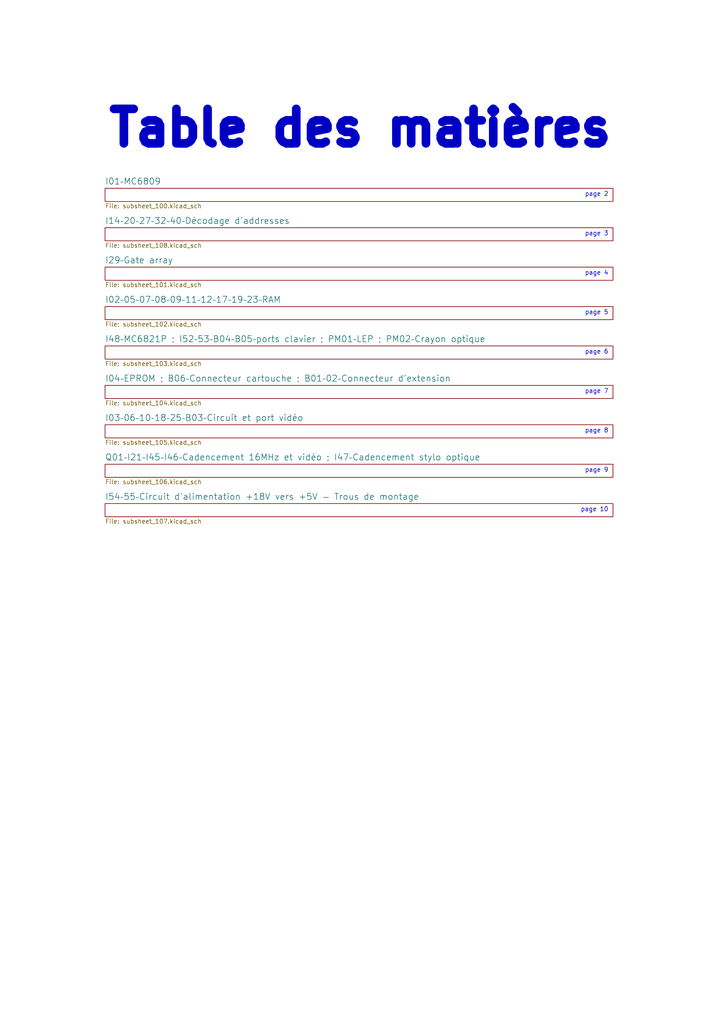
<source format=kicad_sch>
(kicad_sch (version 20230121) (generator eeschema)
  (paper "A4" portrait)
  (title_block (title "Conversion du Thomson MO5 — Unité centrale v1") (date "2023-11-04") (rev "v1.0.0-alpha") (comment 1 "http://github.com/sporniket/kicad-conversions--thomson-mo5--v1") (comment 3 "Gate Array Motorola MCA 1300 ALS") (comment 4 "Reference : POP5001 501994-01"))
  (lib_symbols)
  (text "page 10" (at 176.53 148.59 0) (effects (font (size 1.27 1.27)) (justify right bottom)))
  (text "page 2" (at 176.53 57.15 0) (effects (font (size 1.27 1.27)) (justify right bottom)))
  (text "page 4" (at 176.53 80.01 0) (effects (font (size 1.27 1.27)) (justify right bottom)))
  (text "page 6" (at 176.53 102.87 0) (effects (font (size 1.27 1.27)) (justify right bottom)))
  (text "page 9" (at 176.53 137.16 0) (effects (font (size 1.27 1.27)) (justify right bottom)))
  (text "page 7" (at 176.53 114.3 0) (effects (font (size 1.27 1.27)) (justify right bottom)))
  (text "Table des matières" (at 30.48 43.18 0) (effects (font (size 10 10) (thickness 2.54) bold) (justify left bottom)))
  (text "page 5" (at 176.53 91.44 0) (effects (font (size 1.27 1.27)) (justify right bottom)))
  (text "page 8" (at 176.53 125.73 0) (effects (font (size 1.27 1.27)) (justify right bottom)))
  (text "page 3" (at 176.53 68.58 0) (effects (font (size 1.27 1.27)) (justify right bottom)))
  (sheet (at 30.48 123.19) (size 147.32 3.81) (stroke (width 0.1524))
    (property "Sheetname" "I03–06–10–18–25–B03–Circuit et port vidéo " (at 30.48 122.2134 0) (effects (font (size 1.8 1.8)) (justify left bottom)))
    (property "Sheetfile" "subsheet_105.kicad_sch" (at 30.48 127.5846 0) (effects (justify left top)))
  )
  (sheet (at 30.48 88.9) (size 147.32 3.81) (stroke (width 0.1524))
    (property "Sheetname" "I02–05–07–08–09–11–12–17–19–23–RAM" (at 30.48 87.9234 0) (effects (font (size 1.8 1.8)) (justify left bottom)))
    (property "Sheetfile" "subsheet_102.kicad_sch" (at 30.48 93.2946 0) (effects (justify left top)))
  )
  (sheet (at 30.48 66.04) (size 147.32 3.81) (stroke (width 0.1524))
    (property "Sheetname" "I14–20–27–32–40–Décodage d'addresses" (at 30.48 65.0634 0) (effects (font (size 1.8 1.8)) (justify left bottom)))
    (property "Sheetfile" "subsheet_108.kicad_sch" (at 30.48 70.4346 0) (effects (justify left top)))
  )
  (sheet (at 30.48 134.62) (size 147.32 3.81) (stroke (width 0.1524))
    (property "Sheetname" "Q01–I21–I45–I46–Cadencement 16MHz et vidéo ; I47–Cadencement stylo optique " (at 30.48 133.6434 0) (effects (font (size 1.8 1.8)) (justify left bottom)))
    (property "Sheetfile" "subsheet_106.kicad_sch" (at 30.48 139.0146 0) (effects (justify left top)))
  )
  (sheet (at 30.48 146.05) (size 147.32 3.81) (stroke (width 0.1524))
    (property "Sheetname" "I54–55–Circuit d'alimentation +18V vers +5V — Trous de montage" (at 30.48 145.0734 0) (effects (font (size 1.8 1.8)) (justify left bottom)))
    (property "Sheetfile" "subsheet_107.kicad_sch" (at 30.48 150.4446 0) (effects (justify left top)))
  )
  (sheet (at 30.48 54.61) (size 147.32 3.81) (stroke (width 0.1524))
    (property "Sheetname" "I01–MC6809" (at 30.48 53.6334 0) (effects (font (size 1.8 1.8)) (justify left bottom)))
    (property "Sheetfile" "subsheet_100.kicad_sch" (at 30.48 59.0046 0) (effects (justify left top)))
  )
  (sheet (at 30.48 100.33) (size 147.32 3.81) (stroke (width 0.1524))
    (property "Sheetname" "I48–MC6821P ; I52–53–B04–B05–ports clavier ; PM01–LEP ; PM02–Crayon optique" (at 30.48 99.3534 0) (effects (font (size 1.8 1.8)) (justify left bottom)))
    (property "Sheetfile" "subsheet_103.kicad_sch" (at 30.48 104.7246 0) (effects (justify left top)))
  )
  (sheet (at 30.48 111.76) (size 147.32 3.81) (stroke (width 0.1524))
    (property "Sheetname" "I04–EPROM ; B06–Connecteur cartouche ; B01–02–Connecteur d'extension" (at 30.48 110.7834 0) (effects (font (size 1.8 1.8)) (justify left bottom)))
    (property "Sheetfile" "subsheet_104.kicad_sch" (at 30.48 116.1546 0) (effects (justify left top)))
  )
  (sheet (at 30.48 77.47) (size 147.32 3.81) (stroke (width 0.1524))
    (property "Sheetname" "I29–Gate array" (at 30.48 76.4934 0) (effects (font (size 1.8 1.8)) (justify left bottom)))
    (property "Sheetfile" "subsheet_101.kicad_sch" (at 30.48 81.8646 0) (effects (justify left top)))
  )
)
</source>
